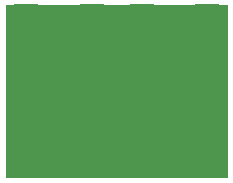
<source format=gbl>
G04 Layer_Physical_Order=2*
G04 Layer_Color=16711680*
%FSLAX44Y44*%
%MOMM*%
G71*
G01*
G75*
%ADD13R,2.0000X4.0000*%
%ADD14C,0.5000*%
G36*
X189961Y2039D02*
X2039D01*
Y148711D01*
X189961D01*
Y2039D01*
D02*
G37*
D13*
X19550Y129501D02*
D03*
X74950D02*
D03*
X74950Y21501D02*
D03*
X19550Y21501D02*
D03*
X117550Y129501D02*
D03*
X172950D02*
D03*
X172950Y21501D02*
D03*
X117550D02*
D03*
D14*
X129250Y96250D02*
D03*
Y103250D02*
D03*
X161250D02*
D03*
Y96250D02*
D03*
Y54752D02*
D03*
Y47752D02*
D03*
X129250D02*
D03*
Y54752D02*
D03*
X31250D02*
D03*
Y47752D02*
D03*
X63250D02*
D03*
Y54752D02*
D03*
X88000Y109250D02*
D03*
Y118500D02*
D03*
Y127750D02*
D03*
Y137000D02*
D03*
Y146250D02*
D03*
Y4752D02*
D03*
Y14002D02*
D03*
Y23252D02*
D03*
Y32502D02*
D03*
Y41752D02*
D03*
X63250Y96250D02*
D03*
Y103250D02*
D03*
X31250D02*
D03*
Y96250D02*
D03*
X73500Y101000D02*
D03*
X73500Y92500D02*
D03*
X73500Y84000D02*
D03*
X73500Y75500D02*
D03*
X73500Y50000D02*
D03*
X73500Y58500D02*
D03*
X73500Y67000D02*
D03*
X21000D02*
D03*
X21000Y58500D02*
D03*
X21000Y50000D02*
D03*
X21000Y75500D02*
D03*
X21000Y84000D02*
D03*
X21000Y92500D02*
D03*
X21000Y101000D02*
D03*
X119000D02*
D03*
X119000Y92500D02*
D03*
X119000Y84000D02*
D03*
X119000Y75500D02*
D03*
X119000Y50000D02*
D03*
Y58500D02*
D03*
X119000Y67000D02*
D03*
X171500D02*
D03*
X171500Y58500D02*
D03*
Y50000D02*
D03*
X171500Y75500D02*
D03*
X171500Y84000D02*
D03*
X171500Y92500D02*
D03*
X171500Y101000D02*
D03*
X186000Y41752D02*
D03*
X186000Y32502D02*
D03*
Y23252D02*
D03*
Y14002D02*
D03*
X186000Y4752D02*
D03*
X186000Y146250D02*
D03*
Y137000D02*
D03*
Y127750D02*
D03*
X186000Y118500D02*
D03*
Y109250D02*
D03*
X6500Y41752D02*
D03*
Y32502D02*
D03*
Y23252D02*
D03*
Y14002D02*
D03*
Y4752D02*
D03*
Y146250D02*
D03*
Y137000D02*
D03*
Y127750D02*
D03*
Y118500D02*
D03*
Y109250D02*
D03*
X104500Y41752D02*
D03*
X104500Y32502D02*
D03*
Y23252D02*
D03*
Y14002D02*
D03*
X104500Y4752D02*
D03*
X104500Y146250D02*
D03*
Y137000D02*
D03*
Y127750D02*
D03*
X104500Y118500D02*
D03*
Y109250D02*
D03*
M02*

</source>
